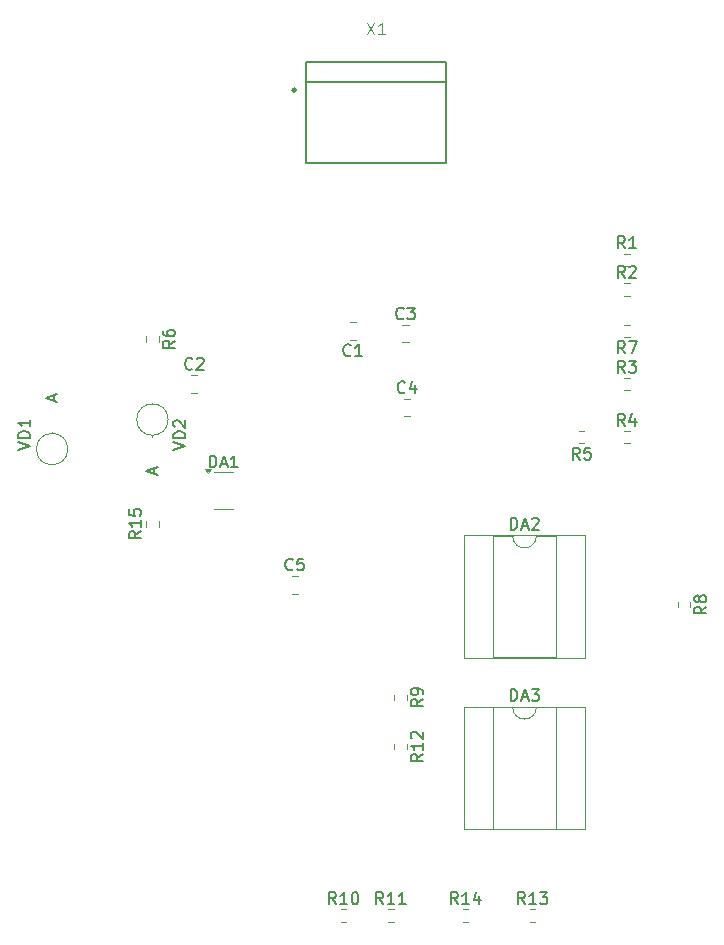
<source format=gbr>
%TF.GenerationSoftware,KiCad,Pcbnew,8.0.5*%
%TF.CreationDate,2024-10-10T13:47:41+03:00*%
%TF.ProjectId,kek,6b656b2e-6b69-4636-9164-5f7063625858,rev?*%
%TF.SameCoordinates,Original*%
%TF.FileFunction,Legend,Top*%
%TF.FilePolarity,Positive*%
%FSLAX46Y46*%
G04 Gerber Fmt 4.6, Leading zero omitted, Abs format (unit mm)*
G04 Created by KiCad (PCBNEW 8.0.5) date 2024-10-10 13:47:41*
%MOMM*%
%LPD*%
G01*
G04 APERTURE LIST*
%ADD10C,0.150000*%
%ADD11C,0.100000*%
%ADD12C,0.120000*%
%ADD13C,0.127000*%
%ADD14C,0.203200*%
%ADD15C,0.254000*%
G04 APERTURE END LIST*
D10*
X119833333Y-99554819D02*
X119833333Y-98554819D01*
X119833333Y-98554819D02*
X120071428Y-98554819D01*
X120071428Y-98554819D02*
X120214285Y-98602438D01*
X120214285Y-98602438D02*
X120309523Y-98697676D01*
X120309523Y-98697676D02*
X120357142Y-98792914D01*
X120357142Y-98792914D02*
X120404761Y-98983390D01*
X120404761Y-98983390D02*
X120404761Y-99126247D01*
X120404761Y-99126247D02*
X120357142Y-99316723D01*
X120357142Y-99316723D02*
X120309523Y-99411961D01*
X120309523Y-99411961D02*
X120214285Y-99507200D01*
X120214285Y-99507200D02*
X120071428Y-99554819D01*
X120071428Y-99554819D02*
X119833333Y-99554819D01*
X120785714Y-99269104D02*
X121261904Y-99269104D01*
X120690476Y-99554819D02*
X121023809Y-98554819D01*
X121023809Y-98554819D02*
X121357142Y-99554819D01*
X122214285Y-99554819D02*
X121642857Y-99554819D01*
X121928571Y-99554819D02*
X121928571Y-98554819D01*
X121928571Y-98554819D02*
X121833333Y-98697676D01*
X121833333Y-98697676D02*
X121738095Y-98792914D01*
X121738095Y-98792914D02*
X121642857Y-98840533D01*
X161884819Y-111341666D02*
X161408628Y-111674999D01*
X161884819Y-111913094D02*
X160884819Y-111913094D01*
X160884819Y-111913094D02*
X160884819Y-111532142D01*
X160884819Y-111532142D02*
X160932438Y-111436904D01*
X160932438Y-111436904D02*
X160980057Y-111389285D01*
X160980057Y-111389285D02*
X161075295Y-111341666D01*
X161075295Y-111341666D02*
X161218152Y-111341666D01*
X161218152Y-111341666D02*
X161313390Y-111389285D01*
X161313390Y-111389285D02*
X161361009Y-111436904D01*
X161361009Y-111436904D02*
X161408628Y-111532142D01*
X161408628Y-111532142D02*
X161408628Y-111913094D01*
X161313390Y-110770237D02*
X161265771Y-110865475D01*
X161265771Y-110865475D02*
X161218152Y-110913094D01*
X161218152Y-110913094D02*
X161122914Y-110960713D01*
X161122914Y-110960713D02*
X161075295Y-110960713D01*
X161075295Y-110960713D02*
X160980057Y-110913094D01*
X160980057Y-110913094D02*
X160932438Y-110865475D01*
X160932438Y-110865475D02*
X160884819Y-110770237D01*
X160884819Y-110770237D02*
X160884819Y-110579761D01*
X160884819Y-110579761D02*
X160932438Y-110484523D01*
X160932438Y-110484523D02*
X160980057Y-110436904D01*
X160980057Y-110436904D02*
X161075295Y-110389285D01*
X161075295Y-110389285D02*
X161122914Y-110389285D01*
X161122914Y-110389285D02*
X161218152Y-110436904D01*
X161218152Y-110436904D02*
X161265771Y-110484523D01*
X161265771Y-110484523D02*
X161313390Y-110579761D01*
X161313390Y-110579761D02*
X161313390Y-110770237D01*
X161313390Y-110770237D02*
X161361009Y-110865475D01*
X161361009Y-110865475D02*
X161408628Y-110913094D01*
X161408628Y-110913094D02*
X161503866Y-110960713D01*
X161503866Y-110960713D02*
X161694342Y-110960713D01*
X161694342Y-110960713D02*
X161789580Y-110913094D01*
X161789580Y-110913094D02*
X161837200Y-110865475D01*
X161837200Y-110865475D02*
X161884819Y-110770237D01*
X161884819Y-110770237D02*
X161884819Y-110579761D01*
X161884819Y-110579761D02*
X161837200Y-110484523D01*
X161837200Y-110484523D02*
X161789580Y-110436904D01*
X161789580Y-110436904D02*
X161694342Y-110389285D01*
X161694342Y-110389285D02*
X161503866Y-110389285D01*
X161503866Y-110389285D02*
X161408628Y-110436904D01*
X161408628Y-110436904D02*
X161361009Y-110484523D01*
X161361009Y-110484523D02*
X161313390Y-110579761D01*
X154988333Y-83504819D02*
X154655000Y-83028628D01*
X154416905Y-83504819D02*
X154416905Y-82504819D01*
X154416905Y-82504819D02*
X154797857Y-82504819D01*
X154797857Y-82504819D02*
X154893095Y-82552438D01*
X154893095Y-82552438D02*
X154940714Y-82600057D01*
X154940714Y-82600057D02*
X154988333Y-82695295D01*
X154988333Y-82695295D02*
X154988333Y-82838152D01*
X154988333Y-82838152D02*
X154940714Y-82933390D01*
X154940714Y-82933390D02*
X154893095Y-82981009D01*
X154893095Y-82981009D02*
X154797857Y-83028628D01*
X154797857Y-83028628D02*
X154416905Y-83028628D01*
X155369286Y-82600057D02*
X155416905Y-82552438D01*
X155416905Y-82552438D02*
X155512143Y-82504819D01*
X155512143Y-82504819D02*
X155750238Y-82504819D01*
X155750238Y-82504819D02*
X155845476Y-82552438D01*
X155845476Y-82552438D02*
X155893095Y-82600057D01*
X155893095Y-82600057D02*
X155940714Y-82695295D01*
X155940714Y-82695295D02*
X155940714Y-82790533D01*
X155940714Y-82790533D02*
X155893095Y-82933390D01*
X155893095Y-82933390D02*
X155321667Y-83504819D01*
X155321667Y-83504819D02*
X155940714Y-83504819D01*
X151158333Y-98884819D02*
X150825000Y-98408628D01*
X150586905Y-98884819D02*
X150586905Y-97884819D01*
X150586905Y-97884819D02*
X150967857Y-97884819D01*
X150967857Y-97884819D02*
X151063095Y-97932438D01*
X151063095Y-97932438D02*
X151110714Y-97980057D01*
X151110714Y-97980057D02*
X151158333Y-98075295D01*
X151158333Y-98075295D02*
X151158333Y-98218152D01*
X151158333Y-98218152D02*
X151110714Y-98313390D01*
X151110714Y-98313390D02*
X151063095Y-98361009D01*
X151063095Y-98361009D02*
X150967857Y-98408628D01*
X150967857Y-98408628D02*
X150586905Y-98408628D01*
X152063095Y-97884819D02*
X151586905Y-97884819D01*
X151586905Y-97884819D02*
X151539286Y-98361009D01*
X151539286Y-98361009D02*
X151586905Y-98313390D01*
X151586905Y-98313390D02*
X151682143Y-98265771D01*
X151682143Y-98265771D02*
X151920238Y-98265771D01*
X151920238Y-98265771D02*
X152015476Y-98313390D01*
X152015476Y-98313390D02*
X152063095Y-98361009D01*
X152063095Y-98361009D02*
X152110714Y-98456247D01*
X152110714Y-98456247D02*
X152110714Y-98694342D01*
X152110714Y-98694342D02*
X152063095Y-98789580D01*
X152063095Y-98789580D02*
X152015476Y-98837200D01*
X152015476Y-98837200D02*
X151920238Y-98884819D01*
X151920238Y-98884819D02*
X151682143Y-98884819D01*
X151682143Y-98884819D02*
X151586905Y-98837200D01*
X151586905Y-98837200D02*
X151539286Y-98789580D01*
X145333333Y-104814819D02*
X145333333Y-103814819D01*
X145333333Y-103814819D02*
X145571428Y-103814819D01*
X145571428Y-103814819D02*
X145714285Y-103862438D01*
X145714285Y-103862438D02*
X145809523Y-103957676D01*
X145809523Y-103957676D02*
X145857142Y-104052914D01*
X145857142Y-104052914D02*
X145904761Y-104243390D01*
X145904761Y-104243390D02*
X145904761Y-104386247D01*
X145904761Y-104386247D02*
X145857142Y-104576723D01*
X145857142Y-104576723D02*
X145809523Y-104671961D01*
X145809523Y-104671961D02*
X145714285Y-104767200D01*
X145714285Y-104767200D02*
X145571428Y-104814819D01*
X145571428Y-104814819D02*
X145333333Y-104814819D01*
X146285714Y-104529104D02*
X146761904Y-104529104D01*
X146190476Y-104814819D02*
X146523809Y-103814819D01*
X146523809Y-103814819D02*
X146857142Y-104814819D01*
X147142857Y-103910057D02*
X147190476Y-103862438D01*
X147190476Y-103862438D02*
X147285714Y-103814819D01*
X147285714Y-103814819D02*
X147523809Y-103814819D01*
X147523809Y-103814819D02*
X147619047Y-103862438D01*
X147619047Y-103862438D02*
X147666666Y-103910057D01*
X147666666Y-103910057D02*
X147714285Y-104005295D01*
X147714285Y-104005295D02*
X147714285Y-104100533D01*
X147714285Y-104100533D02*
X147666666Y-104243390D01*
X147666666Y-104243390D02*
X147095238Y-104814819D01*
X147095238Y-104814819D02*
X147714285Y-104814819D01*
X136383333Y-93179580D02*
X136335714Y-93227200D01*
X136335714Y-93227200D02*
X136192857Y-93274819D01*
X136192857Y-93274819D02*
X136097619Y-93274819D01*
X136097619Y-93274819D02*
X135954762Y-93227200D01*
X135954762Y-93227200D02*
X135859524Y-93131961D01*
X135859524Y-93131961D02*
X135811905Y-93036723D01*
X135811905Y-93036723D02*
X135764286Y-92846247D01*
X135764286Y-92846247D02*
X135764286Y-92703390D01*
X135764286Y-92703390D02*
X135811905Y-92512914D01*
X135811905Y-92512914D02*
X135859524Y-92417676D01*
X135859524Y-92417676D02*
X135954762Y-92322438D01*
X135954762Y-92322438D02*
X136097619Y-92274819D01*
X136097619Y-92274819D02*
X136192857Y-92274819D01*
X136192857Y-92274819D02*
X136335714Y-92322438D01*
X136335714Y-92322438D02*
X136383333Y-92370057D01*
X137240476Y-92608152D02*
X137240476Y-93274819D01*
X137002381Y-92227200D02*
X136764286Y-92941485D01*
X136764286Y-92941485D02*
X137383333Y-92941485D01*
X154988333Y-80994819D02*
X154655000Y-80518628D01*
X154416905Y-80994819D02*
X154416905Y-79994819D01*
X154416905Y-79994819D02*
X154797857Y-79994819D01*
X154797857Y-79994819D02*
X154893095Y-80042438D01*
X154893095Y-80042438D02*
X154940714Y-80090057D01*
X154940714Y-80090057D02*
X154988333Y-80185295D01*
X154988333Y-80185295D02*
X154988333Y-80328152D01*
X154988333Y-80328152D02*
X154940714Y-80423390D01*
X154940714Y-80423390D02*
X154893095Y-80471009D01*
X154893095Y-80471009D02*
X154797857Y-80518628D01*
X154797857Y-80518628D02*
X154416905Y-80518628D01*
X155940714Y-80994819D02*
X155369286Y-80994819D01*
X155655000Y-80994819D02*
X155655000Y-79994819D01*
X155655000Y-79994819D02*
X155559762Y-80137676D01*
X155559762Y-80137676D02*
X155464524Y-80232914D01*
X155464524Y-80232914D02*
X155369286Y-80280533D01*
X103628448Y-98039523D02*
X104628448Y-97706190D01*
X104628448Y-97706190D02*
X103628448Y-97372857D01*
X104628448Y-97039523D02*
X103628448Y-97039523D01*
X103628448Y-97039523D02*
X103628448Y-96801428D01*
X103628448Y-96801428D02*
X103676067Y-96658571D01*
X103676067Y-96658571D02*
X103771305Y-96563333D01*
X103771305Y-96563333D02*
X103866543Y-96515714D01*
X103866543Y-96515714D02*
X104057019Y-96468095D01*
X104057019Y-96468095D02*
X104199876Y-96468095D01*
X104199876Y-96468095D02*
X104390352Y-96515714D01*
X104390352Y-96515714D02*
X104485590Y-96563333D01*
X104485590Y-96563333D02*
X104580829Y-96658571D01*
X104580829Y-96658571D02*
X104628448Y-96801428D01*
X104628448Y-96801428D02*
X104628448Y-97039523D01*
X104628448Y-95515714D02*
X104628448Y-96087142D01*
X104628448Y-95801428D02*
X103628448Y-95801428D01*
X103628448Y-95801428D02*
X103771305Y-95896666D01*
X103771305Y-95896666D02*
X103866543Y-95991904D01*
X103866543Y-95991904D02*
X103914162Y-96087142D01*
X106669104Y-93898094D02*
X106669104Y-93421904D01*
X106954819Y-93993332D02*
X105954819Y-93659999D01*
X105954819Y-93659999D02*
X106954819Y-93326666D01*
X155008333Y-89884819D02*
X154675000Y-89408628D01*
X154436905Y-89884819D02*
X154436905Y-88884819D01*
X154436905Y-88884819D02*
X154817857Y-88884819D01*
X154817857Y-88884819D02*
X154913095Y-88932438D01*
X154913095Y-88932438D02*
X154960714Y-88980057D01*
X154960714Y-88980057D02*
X155008333Y-89075295D01*
X155008333Y-89075295D02*
X155008333Y-89218152D01*
X155008333Y-89218152D02*
X154960714Y-89313390D01*
X154960714Y-89313390D02*
X154913095Y-89361009D01*
X154913095Y-89361009D02*
X154817857Y-89408628D01*
X154817857Y-89408628D02*
X154436905Y-89408628D01*
X155341667Y-88884819D02*
X156008333Y-88884819D01*
X156008333Y-88884819D02*
X155579762Y-89884819D01*
X140857142Y-136524819D02*
X140523809Y-136048628D01*
X140285714Y-136524819D02*
X140285714Y-135524819D01*
X140285714Y-135524819D02*
X140666666Y-135524819D01*
X140666666Y-135524819D02*
X140761904Y-135572438D01*
X140761904Y-135572438D02*
X140809523Y-135620057D01*
X140809523Y-135620057D02*
X140857142Y-135715295D01*
X140857142Y-135715295D02*
X140857142Y-135858152D01*
X140857142Y-135858152D02*
X140809523Y-135953390D01*
X140809523Y-135953390D02*
X140761904Y-136001009D01*
X140761904Y-136001009D02*
X140666666Y-136048628D01*
X140666666Y-136048628D02*
X140285714Y-136048628D01*
X141809523Y-136524819D02*
X141238095Y-136524819D01*
X141523809Y-136524819D02*
X141523809Y-135524819D01*
X141523809Y-135524819D02*
X141428571Y-135667676D01*
X141428571Y-135667676D02*
X141333333Y-135762914D01*
X141333333Y-135762914D02*
X141238095Y-135810533D01*
X142666666Y-135858152D02*
X142666666Y-136524819D01*
X142428571Y-135477200D02*
X142190476Y-136191485D01*
X142190476Y-136191485D02*
X142809523Y-136191485D01*
X116781190Y-98079523D02*
X117781190Y-97746190D01*
X117781190Y-97746190D02*
X116781190Y-97412857D01*
X117781190Y-97079523D02*
X116781190Y-97079523D01*
X116781190Y-97079523D02*
X116781190Y-96841428D01*
X116781190Y-96841428D02*
X116828809Y-96698571D01*
X116828809Y-96698571D02*
X116924047Y-96603333D01*
X116924047Y-96603333D02*
X117019285Y-96555714D01*
X117019285Y-96555714D02*
X117209761Y-96508095D01*
X117209761Y-96508095D02*
X117352618Y-96508095D01*
X117352618Y-96508095D02*
X117543094Y-96555714D01*
X117543094Y-96555714D02*
X117638332Y-96603333D01*
X117638332Y-96603333D02*
X117733571Y-96698571D01*
X117733571Y-96698571D02*
X117781190Y-96841428D01*
X117781190Y-96841428D02*
X117781190Y-97079523D01*
X116876428Y-96127142D02*
X116828809Y-96079523D01*
X116828809Y-96079523D02*
X116781190Y-95984285D01*
X116781190Y-95984285D02*
X116781190Y-95746190D01*
X116781190Y-95746190D02*
X116828809Y-95650952D01*
X116828809Y-95650952D02*
X116876428Y-95603333D01*
X116876428Y-95603333D02*
X116971666Y-95555714D01*
X116971666Y-95555714D02*
X117066904Y-95555714D01*
X117066904Y-95555714D02*
X117209761Y-95603333D01*
X117209761Y-95603333D02*
X117781190Y-96174761D01*
X117781190Y-96174761D02*
X117781190Y-95555714D01*
X115169104Y-100078094D02*
X115169104Y-99601904D01*
X115454819Y-100173332D02*
X114454819Y-99839999D01*
X114454819Y-99839999D02*
X115454819Y-99506666D01*
X145333333Y-119314819D02*
X145333333Y-118314819D01*
X145333333Y-118314819D02*
X145571428Y-118314819D01*
X145571428Y-118314819D02*
X145714285Y-118362438D01*
X145714285Y-118362438D02*
X145809523Y-118457676D01*
X145809523Y-118457676D02*
X145857142Y-118552914D01*
X145857142Y-118552914D02*
X145904761Y-118743390D01*
X145904761Y-118743390D02*
X145904761Y-118886247D01*
X145904761Y-118886247D02*
X145857142Y-119076723D01*
X145857142Y-119076723D02*
X145809523Y-119171961D01*
X145809523Y-119171961D02*
X145714285Y-119267200D01*
X145714285Y-119267200D02*
X145571428Y-119314819D01*
X145571428Y-119314819D02*
X145333333Y-119314819D01*
X146285714Y-119029104D02*
X146761904Y-119029104D01*
X146190476Y-119314819D02*
X146523809Y-118314819D01*
X146523809Y-118314819D02*
X146857142Y-119314819D01*
X147095238Y-118314819D02*
X147714285Y-118314819D01*
X147714285Y-118314819D02*
X147380952Y-118695771D01*
X147380952Y-118695771D02*
X147523809Y-118695771D01*
X147523809Y-118695771D02*
X147619047Y-118743390D01*
X147619047Y-118743390D02*
X147666666Y-118791009D01*
X147666666Y-118791009D02*
X147714285Y-118886247D01*
X147714285Y-118886247D02*
X147714285Y-119124342D01*
X147714285Y-119124342D02*
X147666666Y-119219580D01*
X147666666Y-119219580D02*
X147619047Y-119267200D01*
X147619047Y-119267200D02*
X147523809Y-119314819D01*
X147523809Y-119314819D02*
X147238095Y-119314819D01*
X147238095Y-119314819D02*
X147142857Y-119267200D01*
X147142857Y-119267200D02*
X147095238Y-119219580D01*
X118383333Y-91179580D02*
X118335714Y-91227200D01*
X118335714Y-91227200D02*
X118192857Y-91274819D01*
X118192857Y-91274819D02*
X118097619Y-91274819D01*
X118097619Y-91274819D02*
X117954762Y-91227200D01*
X117954762Y-91227200D02*
X117859524Y-91131961D01*
X117859524Y-91131961D02*
X117811905Y-91036723D01*
X117811905Y-91036723D02*
X117764286Y-90846247D01*
X117764286Y-90846247D02*
X117764286Y-90703390D01*
X117764286Y-90703390D02*
X117811905Y-90512914D01*
X117811905Y-90512914D02*
X117859524Y-90417676D01*
X117859524Y-90417676D02*
X117954762Y-90322438D01*
X117954762Y-90322438D02*
X118097619Y-90274819D01*
X118097619Y-90274819D02*
X118192857Y-90274819D01*
X118192857Y-90274819D02*
X118335714Y-90322438D01*
X118335714Y-90322438D02*
X118383333Y-90370057D01*
X118764286Y-90370057D02*
X118811905Y-90322438D01*
X118811905Y-90322438D02*
X118907143Y-90274819D01*
X118907143Y-90274819D02*
X119145238Y-90274819D01*
X119145238Y-90274819D02*
X119240476Y-90322438D01*
X119240476Y-90322438D02*
X119288095Y-90370057D01*
X119288095Y-90370057D02*
X119335714Y-90465295D01*
X119335714Y-90465295D02*
X119335714Y-90560533D01*
X119335714Y-90560533D02*
X119288095Y-90703390D01*
X119288095Y-90703390D02*
X118716667Y-91274819D01*
X118716667Y-91274819D02*
X119335714Y-91274819D01*
D11*
X133128226Y-61894919D02*
X133794892Y-62894919D01*
X133794892Y-61894919D02*
X133128226Y-62894919D01*
X134699654Y-62894919D02*
X134128226Y-62894919D01*
X134413940Y-62894919D02*
X134413940Y-61894919D01*
X134413940Y-61894919D02*
X134318702Y-62037776D01*
X134318702Y-62037776D02*
X134223464Y-62133014D01*
X134223464Y-62133014D02*
X134128226Y-62180633D01*
D10*
X126883333Y-108179580D02*
X126835714Y-108227200D01*
X126835714Y-108227200D02*
X126692857Y-108274819D01*
X126692857Y-108274819D02*
X126597619Y-108274819D01*
X126597619Y-108274819D02*
X126454762Y-108227200D01*
X126454762Y-108227200D02*
X126359524Y-108131961D01*
X126359524Y-108131961D02*
X126311905Y-108036723D01*
X126311905Y-108036723D02*
X126264286Y-107846247D01*
X126264286Y-107846247D02*
X126264286Y-107703390D01*
X126264286Y-107703390D02*
X126311905Y-107512914D01*
X126311905Y-107512914D02*
X126359524Y-107417676D01*
X126359524Y-107417676D02*
X126454762Y-107322438D01*
X126454762Y-107322438D02*
X126597619Y-107274819D01*
X126597619Y-107274819D02*
X126692857Y-107274819D01*
X126692857Y-107274819D02*
X126835714Y-107322438D01*
X126835714Y-107322438D02*
X126883333Y-107370057D01*
X127788095Y-107274819D02*
X127311905Y-107274819D01*
X127311905Y-107274819D02*
X127264286Y-107751009D01*
X127264286Y-107751009D02*
X127311905Y-107703390D01*
X127311905Y-107703390D02*
X127407143Y-107655771D01*
X127407143Y-107655771D02*
X127645238Y-107655771D01*
X127645238Y-107655771D02*
X127740476Y-107703390D01*
X127740476Y-107703390D02*
X127788095Y-107751009D01*
X127788095Y-107751009D02*
X127835714Y-107846247D01*
X127835714Y-107846247D02*
X127835714Y-108084342D01*
X127835714Y-108084342D02*
X127788095Y-108179580D01*
X127788095Y-108179580D02*
X127740476Y-108227200D01*
X127740476Y-108227200D02*
X127645238Y-108274819D01*
X127645238Y-108274819D02*
X127407143Y-108274819D01*
X127407143Y-108274819D02*
X127311905Y-108227200D01*
X127311905Y-108227200D02*
X127264286Y-108179580D01*
X114024819Y-104967857D02*
X113548628Y-105301190D01*
X114024819Y-105539285D02*
X113024819Y-105539285D01*
X113024819Y-105539285D02*
X113024819Y-105158333D01*
X113024819Y-105158333D02*
X113072438Y-105063095D01*
X113072438Y-105063095D02*
X113120057Y-105015476D01*
X113120057Y-105015476D02*
X113215295Y-104967857D01*
X113215295Y-104967857D02*
X113358152Y-104967857D01*
X113358152Y-104967857D02*
X113453390Y-105015476D01*
X113453390Y-105015476D02*
X113501009Y-105063095D01*
X113501009Y-105063095D02*
X113548628Y-105158333D01*
X113548628Y-105158333D02*
X113548628Y-105539285D01*
X114024819Y-104015476D02*
X114024819Y-104586904D01*
X114024819Y-104301190D02*
X113024819Y-104301190D01*
X113024819Y-104301190D02*
X113167676Y-104396428D01*
X113167676Y-104396428D02*
X113262914Y-104491666D01*
X113262914Y-104491666D02*
X113310533Y-104586904D01*
X113024819Y-103110714D02*
X113024819Y-103586904D01*
X113024819Y-103586904D02*
X113501009Y-103634523D01*
X113501009Y-103634523D02*
X113453390Y-103586904D01*
X113453390Y-103586904D02*
X113405771Y-103491666D01*
X113405771Y-103491666D02*
X113405771Y-103253571D01*
X113405771Y-103253571D02*
X113453390Y-103158333D01*
X113453390Y-103158333D02*
X113501009Y-103110714D01*
X113501009Y-103110714D02*
X113596247Y-103063095D01*
X113596247Y-103063095D02*
X113834342Y-103063095D01*
X113834342Y-103063095D02*
X113929580Y-103110714D01*
X113929580Y-103110714D02*
X113977200Y-103158333D01*
X113977200Y-103158333D02*
X114024819Y-103253571D01*
X114024819Y-103253571D02*
X114024819Y-103491666D01*
X114024819Y-103491666D02*
X113977200Y-103586904D01*
X113977200Y-103586904D02*
X113929580Y-103634523D01*
X131783333Y-90039580D02*
X131735714Y-90087200D01*
X131735714Y-90087200D02*
X131592857Y-90134819D01*
X131592857Y-90134819D02*
X131497619Y-90134819D01*
X131497619Y-90134819D02*
X131354762Y-90087200D01*
X131354762Y-90087200D02*
X131259524Y-89991961D01*
X131259524Y-89991961D02*
X131211905Y-89896723D01*
X131211905Y-89896723D02*
X131164286Y-89706247D01*
X131164286Y-89706247D02*
X131164286Y-89563390D01*
X131164286Y-89563390D02*
X131211905Y-89372914D01*
X131211905Y-89372914D02*
X131259524Y-89277676D01*
X131259524Y-89277676D02*
X131354762Y-89182438D01*
X131354762Y-89182438D02*
X131497619Y-89134819D01*
X131497619Y-89134819D02*
X131592857Y-89134819D01*
X131592857Y-89134819D02*
X131735714Y-89182438D01*
X131735714Y-89182438D02*
X131783333Y-89230057D01*
X132735714Y-90134819D02*
X132164286Y-90134819D01*
X132450000Y-90134819D02*
X132450000Y-89134819D01*
X132450000Y-89134819D02*
X132354762Y-89277676D01*
X132354762Y-89277676D02*
X132259524Y-89372914D01*
X132259524Y-89372914D02*
X132164286Y-89420533D01*
X146532142Y-136524819D02*
X146198809Y-136048628D01*
X145960714Y-136524819D02*
X145960714Y-135524819D01*
X145960714Y-135524819D02*
X146341666Y-135524819D01*
X146341666Y-135524819D02*
X146436904Y-135572438D01*
X146436904Y-135572438D02*
X146484523Y-135620057D01*
X146484523Y-135620057D02*
X146532142Y-135715295D01*
X146532142Y-135715295D02*
X146532142Y-135858152D01*
X146532142Y-135858152D02*
X146484523Y-135953390D01*
X146484523Y-135953390D02*
X146436904Y-136001009D01*
X146436904Y-136001009D02*
X146341666Y-136048628D01*
X146341666Y-136048628D02*
X145960714Y-136048628D01*
X147484523Y-136524819D02*
X146913095Y-136524819D01*
X147198809Y-136524819D02*
X147198809Y-135524819D01*
X147198809Y-135524819D02*
X147103571Y-135667676D01*
X147103571Y-135667676D02*
X147008333Y-135762914D01*
X147008333Y-135762914D02*
X146913095Y-135810533D01*
X147817857Y-135524819D02*
X148436904Y-135524819D01*
X148436904Y-135524819D02*
X148103571Y-135905771D01*
X148103571Y-135905771D02*
X148246428Y-135905771D01*
X148246428Y-135905771D02*
X148341666Y-135953390D01*
X148341666Y-135953390D02*
X148389285Y-136001009D01*
X148389285Y-136001009D02*
X148436904Y-136096247D01*
X148436904Y-136096247D02*
X148436904Y-136334342D01*
X148436904Y-136334342D02*
X148389285Y-136429580D01*
X148389285Y-136429580D02*
X148341666Y-136477200D01*
X148341666Y-136477200D02*
X148246428Y-136524819D01*
X148246428Y-136524819D02*
X147960714Y-136524819D01*
X147960714Y-136524819D02*
X147865476Y-136477200D01*
X147865476Y-136477200D02*
X147817857Y-136429580D01*
X137884819Y-123817857D02*
X137408628Y-124151190D01*
X137884819Y-124389285D02*
X136884819Y-124389285D01*
X136884819Y-124389285D02*
X136884819Y-124008333D01*
X136884819Y-124008333D02*
X136932438Y-123913095D01*
X136932438Y-123913095D02*
X136980057Y-123865476D01*
X136980057Y-123865476D02*
X137075295Y-123817857D01*
X137075295Y-123817857D02*
X137218152Y-123817857D01*
X137218152Y-123817857D02*
X137313390Y-123865476D01*
X137313390Y-123865476D02*
X137361009Y-123913095D01*
X137361009Y-123913095D02*
X137408628Y-124008333D01*
X137408628Y-124008333D02*
X137408628Y-124389285D01*
X137884819Y-122865476D02*
X137884819Y-123436904D01*
X137884819Y-123151190D02*
X136884819Y-123151190D01*
X136884819Y-123151190D02*
X137027676Y-123246428D01*
X137027676Y-123246428D02*
X137122914Y-123341666D01*
X137122914Y-123341666D02*
X137170533Y-123436904D01*
X136980057Y-122484523D02*
X136932438Y-122436904D01*
X136932438Y-122436904D02*
X136884819Y-122341666D01*
X136884819Y-122341666D02*
X136884819Y-122103571D01*
X136884819Y-122103571D02*
X136932438Y-122008333D01*
X136932438Y-122008333D02*
X136980057Y-121960714D01*
X136980057Y-121960714D02*
X137075295Y-121913095D01*
X137075295Y-121913095D02*
X137170533Y-121913095D01*
X137170533Y-121913095D02*
X137313390Y-121960714D01*
X137313390Y-121960714D02*
X137884819Y-122532142D01*
X137884819Y-122532142D02*
X137884819Y-121913095D01*
X155008333Y-96024819D02*
X154675000Y-95548628D01*
X154436905Y-96024819D02*
X154436905Y-95024819D01*
X154436905Y-95024819D02*
X154817857Y-95024819D01*
X154817857Y-95024819D02*
X154913095Y-95072438D01*
X154913095Y-95072438D02*
X154960714Y-95120057D01*
X154960714Y-95120057D02*
X155008333Y-95215295D01*
X155008333Y-95215295D02*
X155008333Y-95358152D01*
X155008333Y-95358152D02*
X154960714Y-95453390D01*
X154960714Y-95453390D02*
X154913095Y-95501009D01*
X154913095Y-95501009D02*
X154817857Y-95548628D01*
X154817857Y-95548628D02*
X154436905Y-95548628D01*
X155865476Y-95358152D02*
X155865476Y-96024819D01*
X155627381Y-94977200D02*
X155389286Y-95691485D01*
X155389286Y-95691485D02*
X156008333Y-95691485D01*
X130532142Y-136524819D02*
X130198809Y-136048628D01*
X129960714Y-136524819D02*
X129960714Y-135524819D01*
X129960714Y-135524819D02*
X130341666Y-135524819D01*
X130341666Y-135524819D02*
X130436904Y-135572438D01*
X130436904Y-135572438D02*
X130484523Y-135620057D01*
X130484523Y-135620057D02*
X130532142Y-135715295D01*
X130532142Y-135715295D02*
X130532142Y-135858152D01*
X130532142Y-135858152D02*
X130484523Y-135953390D01*
X130484523Y-135953390D02*
X130436904Y-136001009D01*
X130436904Y-136001009D02*
X130341666Y-136048628D01*
X130341666Y-136048628D02*
X129960714Y-136048628D01*
X131484523Y-136524819D02*
X130913095Y-136524819D01*
X131198809Y-136524819D02*
X131198809Y-135524819D01*
X131198809Y-135524819D02*
X131103571Y-135667676D01*
X131103571Y-135667676D02*
X131008333Y-135762914D01*
X131008333Y-135762914D02*
X130913095Y-135810533D01*
X132103571Y-135524819D02*
X132198809Y-135524819D01*
X132198809Y-135524819D02*
X132294047Y-135572438D01*
X132294047Y-135572438D02*
X132341666Y-135620057D01*
X132341666Y-135620057D02*
X132389285Y-135715295D01*
X132389285Y-135715295D02*
X132436904Y-135905771D01*
X132436904Y-135905771D02*
X132436904Y-136143866D01*
X132436904Y-136143866D02*
X132389285Y-136334342D01*
X132389285Y-136334342D02*
X132341666Y-136429580D01*
X132341666Y-136429580D02*
X132294047Y-136477200D01*
X132294047Y-136477200D02*
X132198809Y-136524819D01*
X132198809Y-136524819D02*
X132103571Y-136524819D01*
X132103571Y-136524819D02*
X132008333Y-136477200D01*
X132008333Y-136477200D02*
X131960714Y-136429580D01*
X131960714Y-136429580D02*
X131913095Y-136334342D01*
X131913095Y-136334342D02*
X131865476Y-136143866D01*
X131865476Y-136143866D02*
X131865476Y-135905771D01*
X131865476Y-135905771D02*
X131913095Y-135715295D01*
X131913095Y-135715295D02*
X131960714Y-135620057D01*
X131960714Y-135620057D02*
X132008333Y-135572438D01*
X132008333Y-135572438D02*
X132103571Y-135524819D01*
X134532142Y-136524819D02*
X134198809Y-136048628D01*
X133960714Y-136524819D02*
X133960714Y-135524819D01*
X133960714Y-135524819D02*
X134341666Y-135524819D01*
X134341666Y-135524819D02*
X134436904Y-135572438D01*
X134436904Y-135572438D02*
X134484523Y-135620057D01*
X134484523Y-135620057D02*
X134532142Y-135715295D01*
X134532142Y-135715295D02*
X134532142Y-135858152D01*
X134532142Y-135858152D02*
X134484523Y-135953390D01*
X134484523Y-135953390D02*
X134436904Y-136001009D01*
X134436904Y-136001009D02*
X134341666Y-136048628D01*
X134341666Y-136048628D02*
X133960714Y-136048628D01*
X135484523Y-136524819D02*
X134913095Y-136524819D01*
X135198809Y-136524819D02*
X135198809Y-135524819D01*
X135198809Y-135524819D02*
X135103571Y-135667676D01*
X135103571Y-135667676D02*
X135008333Y-135762914D01*
X135008333Y-135762914D02*
X134913095Y-135810533D01*
X136436904Y-136524819D02*
X135865476Y-136524819D01*
X136151190Y-136524819D02*
X136151190Y-135524819D01*
X136151190Y-135524819D02*
X136055952Y-135667676D01*
X136055952Y-135667676D02*
X135960714Y-135762914D01*
X135960714Y-135762914D02*
X135865476Y-135810533D01*
X136258333Y-86919580D02*
X136210714Y-86967200D01*
X136210714Y-86967200D02*
X136067857Y-87014819D01*
X136067857Y-87014819D02*
X135972619Y-87014819D01*
X135972619Y-87014819D02*
X135829762Y-86967200D01*
X135829762Y-86967200D02*
X135734524Y-86871961D01*
X135734524Y-86871961D02*
X135686905Y-86776723D01*
X135686905Y-86776723D02*
X135639286Y-86586247D01*
X135639286Y-86586247D02*
X135639286Y-86443390D01*
X135639286Y-86443390D02*
X135686905Y-86252914D01*
X135686905Y-86252914D02*
X135734524Y-86157676D01*
X135734524Y-86157676D02*
X135829762Y-86062438D01*
X135829762Y-86062438D02*
X135972619Y-86014819D01*
X135972619Y-86014819D02*
X136067857Y-86014819D01*
X136067857Y-86014819D02*
X136210714Y-86062438D01*
X136210714Y-86062438D02*
X136258333Y-86110057D01*
X136591667Y-86014819D02*
X137210714Y-86014819D01*
X137210714Y-86014819D02*
X136877381Y-86395771D01*
X136877381Y-86395771D02*
X137020238Y-86395771D01*
X137020238Y-86395771D02*
X137115476Y-86443390D01*
X137115476Y-86443390D02*
X137163095Y-86491009D01*
X137163095Y-86491009D02*
X137210714Y-86586247D01*
X137210714Y-86586247D02*
X137210714Y-86824342D01*
X137210714Y-86824342D02*
X137163095Y-86919580D01*
X137163095Y-86919580D02*
X137115476Y-86967200D01*
X137115476Y-86967200D02*
X137020238Y-87014819D01*
X137020238Y-87014819D02*
X136734524Y-87014819D01*
X136734524Y-87014819D02*
X136639286Y-86967200D01*
X136639286Y-86967200D02*
X136591667Y-86919580D01*
X137884819Y-119191666D02*
X137408628Y-119524999D01*
X137884819Y-119763094D02*
X136884819Y-119763094D01*
X136884819Y-119763094D02*
X136884819Y-119382142D01*
X136884819Y-119382142D02*
X136932438Y-119286904D01*
X136932438Y-119286904D02*
X136980057Y-119239285D01*
X136980057Y-119239285D02*
X137075295Y-119191666D01*
X137075295Y-119191666D02*
X137218152Y-119191666D01*
X137218152Y-119191666D02*
X137313390Y-119239285D01*
X137313390Y-119239285D02*
X137361009Y-119286904D01*
X137361009Y-119286904D02*
X137408628Y-119382142D01*
X137408628Y-119382142D02*
X137408628Y-119763094D01*
X137884819Y-118715475D02*
X137884819Y-118524999D01*
X137884819Y-118524999D02*
X137837200Y-118429761D01*
X137837200Y-118429761D02*
X137789580Y-118382142D01*
X137789580Y-118382142D02*
X137646723Y-118286904D01*
X137646723Y-118286904D02*
X137456247Y-118239285D01*
X137456247Y-118239285D02*
X137075295Y-118239285D01*
X137075295Y-118239285D02*
X136980057Y-118286904D01*
X136980057Y-118286904D02*
X136932438Y-118334523D01*
X136932438Y-118334523D02*
X136884819Y-118429761D01*
X136884819Y-118429761D02*
X136884819Y-118620237D01*
X136884819Y-118620237D02*
X136932438Y-118715475D01*
X136932438Y-118715475D02*
X136980057Y-118763094D01*
X136980057Y-118763094D02*
X137075295Y-118810713D01*
X137075295Y-118810713D02*
X137313390Y-118810713D01*
X137313390Y-118810713D02*
X137408628Y-118763094D01*
X137408628Y-118763094D02*
X137456247Y-118715475D01*
X137456247Y-118715475D02*
X137503866Y-118620237D01*
X137503866Y-118620237D02*
X137503866Y-118429761D01*
X137503866Y-118429761D02*
X137456247Y-118334523D01*
X137456247Y-118334523D02*
X137408628Y-118286904D01*
X137408628Y-118286904D02*
X137313390Y-118239285D01*
X116884819Y-88841666D02*
X116408628Y-89174999D01*
X116884819Y-89413094D02*
X115884819Y-89413094D01*
X115884819Y-89413094D02*
X115884819Y-89032142D01*
X115884819Y-89032142D02*
X115932438Y-88936904D01*
X115932438Y-88936904D02*
X115980057Y-88889285D01*
X115980057Y-88889285D02*
X116075295Y-88841666D01*
X116075295Y-88841666D02*
X116218152Y-88841666D01*
X116218152Y-88841666D02*
X116313390Y-88889285D01*
X116313390Y-88889285D02*
X116361009Y-88936904D01*
X116361009Y-88936904D02*
X116408628Y-89032142D01*
X116408628Y-89032142D02*
X116408628Y-89413094D01*
X115884819Y-87984523D02*
X115884819Y-88174999D01*
X115884819Y-88174999D02*
X115932438Y-88270237D01*
X115932438Y-88270237D02*
X115980057Y-88317856D01*
X115980057Y-88317856D02*
X116122914Y-88413094D01*
X116122914Y-88413094D02*
X116313390Y-88460713D01*
X116313390Y-88460713D02*
X116694342Y-88460713D01*
X116694342Y-88460713D02*
X116789580Y-88413094D01*
X116789580Y-88413094D02*
X116837200Y-88365475D01*
X116837200Y-88365475D02*
X116884819Y-88270237D01*
X116884819Y-88270237D02*
X116884819Y-88079761D01*
X116884819Y-88079761D02*
X116837200Y-87984523D01*
X116837200Y-87984523D02*
X116789580Y-87936904D01*
X116789580Y-87936904D02*
X116694342Y-87889285D01*
X116694342Y-87889285D02*
X116456247Y-87889285D01*
X116456247Y-87889285D02*
X116361009Y-87936904D01*
X116361009Y-87936904D02*
X116313390Y-87984523D01*
X116313390Y-87984523D02*
X116265771Y-88079761D01*
X116265771Y-88079761D02*
X116265771Y-88270237D01*
X116265771Y-88270237D02*
X116313390Y-88365475D01*
X116313390Y-88365475D02*
X116361009Y-88413094D01*
X116361009Y-88413094D02*
X116456247Y-88460713D01*
X155008333Y-91524819D02*
X154675000Y-91048628D01*
X154436905Y-91524819D02*
X154436905Y-90524819D01*
X154436905Y-90524819D02*
X154817857Y-90524819D01*
X154817857Y-90524819D02*
X154913095Y-90572438D01*
X154913095Y-90572438D02*
X154960714Y-90620057D01*
X154960714Y-90620057D02*
X155008333Y-90715295D01*
X155008333Y-90715295D02*
X155008333Y-90858152D01*
X155008333Y-90858152D02*
X154960714Y-90953390D01*
X154960714Y-90953390D02*
X154913095Y-91001009D01*
X154913095Y-91001009D02*
X154817857Y-91048628D01*
X154817857Y-91048628D02*
X154436905Y-91048628D01*
X155341667Y-90524819D02*
X155960714Y-90524819D01*
X155960714Y-90524819D02*
X155627381Y-90905771D01*
X155627381Y-90905771D02*
X155770238Y-90905771D01*
X155770238Y-90905771D02*
X155865476Y-90953390D01*
X155865476Y-90953390D02*
X155913095Y-91001009D01*
X155913095Y-91001009D02*
X155960714Y-91096247D01*
X155960714Y-91096247D02*
X155960714Y-91334342D01*
X155960714Y-91334342D02*
X155913095Y-91429580D01*
X155913095Y-91429580D02*
X155865476Y-91477200D01*
X155865476Y-91477200D02*
X155770238Y-91524819D01*
X155770238Y-91524819D02*
X155484524Y-91524819D01*
X155484524Y-91524819D02*
X155389286Y-91477200D01*
X155389286Y-91477200D02*
X155341667Y-91429580D01*
D12*
%TO.C,DA1*%
X121000000Y-99940000D02*
X120200000Y-99940000D01*
X121000000Y-99940000D02*
X121800000Y-99940000D01*
X121000000Y-103060000D02*
X120200000Y-103060000D01*
X121000000Y-103060000D02*
X121800000Y-103060000D01*
X119700000Y-99990000D02*
X119460000Y-99660000D01*
X119940000Y-99660000D01*
X119700000Y-99990000D01*
G36*
X119700000Y-99990000D02*
G01*
X119460000Y-99660000D01*
X119940000Y-99660000D01*
X119700000Y-99990000D01*
G37*
%TO.C,R8*%
X159477500Y-110937742D02*
X159477500Y-111412258D01*
X160522500Y-110937742D02*
X160522500Y-111412258D01*
%TO.C,R2*%
X154917742Y-83957500D02*
X155392258Y-83957500D01*
X154917742Y-85002500D02*
X155392258Y-85002500D01*
%TO.C,R5*%
X151562258Y-96477500D02*
X151087742Y-96477500D01*
X151562258Y-97522500D02*
X151087742Y-97522500D01*
%TO.C,DA2*%
X141360000Y-105300000D02*
X141360000Y-115700000D01*
X141360000Y-115700000D02*
X151640000Y-115700000D01*
X143850000Y-105360000D02*
X143850000Y-115640000D01*
X143850000Y-115640000D02*
X149150000Y-115640000D01*
X145500000Y-105360000D02*
X143850000Y-105360000D01*
X149150000Y-105360000D02*
X147500000Y-105360000D01*
X149150000Y-115640000D02*
X149150000Y-105360000D01*
X151640000Y-105300000D02*
X141360000Y-105300000D01*
X151640000Y-115700000D02*
X151640000Y-105300000D01*
X147500000Y-105360000D02*
G75*
G02*
X145500000Y-105360000I-1000000J0D01*
G01*
%TO.C,C4*%
X136288748Y-93765000D02*
X136811252Y-93765000D01*
X136288748Y-95235000D02*
X136811252Y-95235000D01*
%TO.C,R1*%
X154917742Y-81447500D02*
X155392258Y-81447500D01*
X154917742Y-82492500D02*
X155392258Y-82492500D01*
%TO.C,VD1*%
X106500000Y-96673629D02*
X106500000Y-96560000D01*
X107826371Y-98000000D02*
G75*
G02*
X105173629Y-98000000I-1326371J0D01*
G01*
X105173629Y-98000000D02*
G75*
G02*
X107826371Y-98000000I1326371J0D01*
G01*
%TO.C,R7*%
X155412258Y-87477500D02*
X154937742Y-87477500D01*
X155412258Y-88522500D02*
X154937742Y-88522500D01*
%TO.C,R14*%
X141262742Y-136977500D02*
X141737258Y-136977500D01*
X141262742Y-138022500D02*
X141737258Y-138022500D01*
%TO.C,VD2*%
X115000000Y-96826371D02*
X115000000Y-96940000D01*
X116326371Y-95500000D02*
G75*
G02*
X113673629Y-95500000I-1326371J0D01*
G01*
X113673629Y-95500000D02*
G75*
G02*
X116326371Y-95500000I1326371J0D01*
G01*
%TO.C,DA3*%
X141360000Y-119800000D02*
X141360000Y-130200000D01*
X141360000Y-130200000D02*
X151640000Y-130200000D01*
X143850000Y-119860000D02*
X143850000Y-130140000D01*
X143850000Y-130140000D02*
X149150000Y-130140000D01*
X145500000Y-119860000D02*
X143850000Y-119860000D01*
X149150000Y-119860000D02*
X147500000Y-119860000D01*
X149150000Y-130140000D02*
X149150000Y-119860000D01*
X151640000Y-119800000D02*
X141360000Y-119800000D01*
X151640000Y-130200000D02*
X151640000Y-119800000D01*
X147500000Y-119860000D02*
G75*
G02*
X145500000Y-119860000I-1000000J0D01*
G01*
%TO.C,C2*%
X118288748Y-91765000D02*
X118811252Y-91765000D01*
X118288748Y-93235000D02*
X118811252Y-93235000D01*
D13*
%TO.C,X1*%
X128027750Y-65237500D02*
X139847750Y-65237500D01*
X128027750Y-66937500D02*
X128027750Y-65237500D01*
D14*
X128027750Y-73737500D02*
X128027750Y-66937500D01*
X139847750Y-66937500D02*
X128027750Y-66937500D01*
D13*
X139847750Y-66937500D02*
X139847750Y-65237500D01*
D14*
X139847750Y-66937500D02*
X139847750Y-73737500D01*
X139847750Y-73737500D02*
X128027750Y-73737500D01*
D15*
X127129750Y-67607500D02*
G75*
G02*
X126875750Y-67607500I-127000J0D01*
G01*
X126875750Y-67607500D02*
G75*
G02*
X127129750Y-67607500I127000J0D01*
G01*
D12*
%TO.C,C5*%
X126788748Y-108765000D02*
X127311252Y-108765000D01*
X126788748Y-110235000D02*
X127311252Y-110235000D01*
%TO.C,R15*%
X114477500Y-104562258D02*
X114477500Y-104087742D01*
X115522500Y-104562258D02*
X115522500Y-104087742D01*
%TO.C,C1*%
X132211252Y-87265000D02*
X131688748Y-87265000D01*
X132211252Y-88735000D02*
X131688748Y-88735000D01*
%TO.C,R13*%
X146937742Y-136977500D02*
X147412258Y-136977500D01*
X146937742Y-138022500D02*
X147412258Y-138022500D01*
%TO.C,R12*%
X135477500Y-122937742D02*
X135477500Y-123412258D01*
X136522500Y-122937742D02*
X136522500Y-123412258D01*
%TO.C,R4*%
X154937742Y-96477500D02*
X155412258Y-96477500D01*
X154937742Y-97522500D02*
X155412258Y-97522500D01*
%TO.C,R10*%
X130937742Y-136977500D02*
X131412258Y-136977500D01*
X130937742Y-138022500D02*
X131412258Y-138022500D01*
%TO.C,R11*%
X134937742Y-136977500D02*
X135412258Y-136977500D01*
X134937742Y-138022500D02*
X135412258Y-138022500D01*
%TO.C,C3*%
X136163748Y-87505000D02*
X136686252Y-87505000D01*
X136163748Y-88975000D02*
X136686252Y-88975000D01*
%TO.C,R9*%
X135477500Y-118787742D02*
X135477500Y-119262258D01*
X136522500Y-118787742D02*
X136522500Y-119262258D01*
%TO.C,R6*%
X114477500Y-88437742D02*
X114477500Y-88912258D01*
X115522500Y-88437742D02*
X115522500Y-88912258D01*
%TO.C,R3*%
X154937742Y-91977500D02*
X155412258Y-91977500D01*
X154937742Y-93022500D02*
X155412258Y-93022500D01*
%TD*%
M02*

</source>
